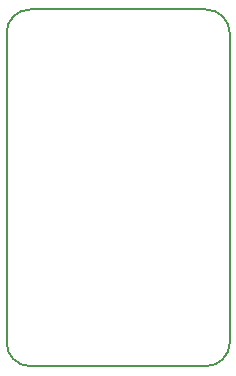
<source format=gbr>
G04 #@! TF.GenerationSoftware,KiCad,Pcbnew,5.1.5-52549c5~84~ubuntu19.10.1*
G04 #@! TF.CreationDate,2020-02-23T01:12:38+02:00*
G04 #@! TF.ProjectId,BRK-TSSOP-14-4.4x5-P0.65,42524b2d-5453-4534-9f50-2d31342d342e,v1.0*
G04 #@! TF.SameCoordinates,Original*
G04 #@! TF.FileFunction,Paste,Bot*
G04 #@! TF.FilePolarity,Positive*
%FSLAX46Y46*%
G04 Gerber Fmt 4.6, Leading zero omitted, Abs format (unit mm)*
G04 Created by KiCad (PCBNEW 5.1.5-52549c5~84~ubuntu19.10.1) date 2020-02-23 01:12:38*
%MOMM*%
%LPD*%
G04 APERTURE LIST*
%ADD10C,0.150000*%
G04 APERTURE END LIST*
D10*
X53000000Y-78200000D02*
G75*
G02X51000000Y-76200000I0J2000000D01*
G01*
X69900000Y-76200000D02*
G75*
G02X67900000Y-78200000I-2000000J0D01*
G01*
X67900000Y-48000000D02*
G75*
G02X69900000Y-50000000I0J-2000000D01*
G01*
X51000000Y-50000000D02*
G75*
G02X53000000Y-48000000I2000000J0D01*
G01*
X67900000Y-78200000D02*
X53000000Y-78200000D01*
X69900000Y-50000000D02*
X69900000Y-76200000D01*
X53000000Y-48000000D02*
X67900000Y-48000000D01*
X51000000Y-76200000D02*
X51000000Y-50000000D01*
M02*

</source>
